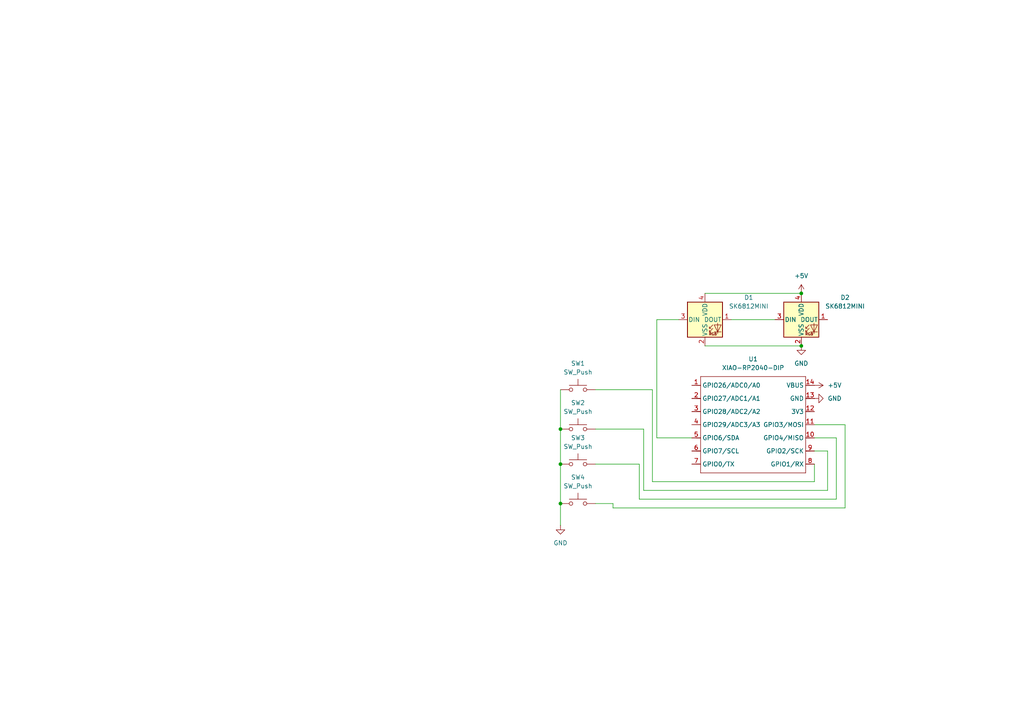
<source format=kicad_sch>
(kicad_sch (version 20250114) (generator "eeschema") (generator_version "9.0")
  (paper "A4")
  (lib_symbols
    (symbol "LED:SK6812MINI" (pin_names (offset 0.254))
      (property "Reference" "D" (at 5.08 5.715 0))
      (property "Value" "SK6812MINI" (at 1.27 -5.715 0))
      (symbol "SK6812MINI_0_0"
        (text "RGB" (at 2.286 -4.191 0) (effects (font (size 0.762 0.762))))
      )
      (symbol "SK6812MINI_0_1"
        (polyline (pts (xy 1.27 -2.54) (xy 1.778 -2.54)))
        (polyline (pts (xy 1.27 -3.556) (xy 1.778 -3.556)))
        (polyline (pts (xy 2.286 -1.524) (xy 1.27 -2.54) (xy 1.27 -2.032)))
        (polyline (pts (xy 2.286 -2.54) (xy 1.27 -3.556) (xy 1.27 -3.048)))
        (polyline (pts (xy 3.683 -1.016) (xy 3.683 -3.556) (xy 3.683 -4.064)))
        (polyline (pts (xy 4.699 -1.524) (xy 2.667 -1.524) (xy 3.683 -3.556) (xy 4.699 -1.524)))
        (polyline (pts (xy 4.699 -3.556) (xy 2.667 -3.556)))
        (rectangle (start 5.08 5.08) (end -5.08 -5.08) (stroke (width 0.254)) (fill (type background)))
      )
      (symbol "SK6812MINI_1_1"
        (pin input line (at -7.62 0 0) (length 2.54) (name "DIN") (number "3"))
        (pin power_in line (at 0 7.62 270) (length 2.54) (name "VDD") (number "4"))
        (pin power_in line (at 0 -7.62 90) (length 2.54) (name "VSS") (number "2"))
        (pin output line (at 7.62 0 180) (length 2.54) (name "DOUT") (number "1"))
      )
    )
    (symbol "OPL:XIAO-RP2040-DIP"
      (property "Reference" "U" (at 0 0 0))
      (property "Value" "XIAO-RP2040-DIP" (at 5.334 -1.778 0))
      (symbol "XIAO-RP2040-DIP_1_0"
        (polyline (pts (xy -1.27 -2.54) (xy 29.21 -2.54)) (stroke (width 0.1524)))
        (polyline (pts (xy -1.27 -5.08) (xy -2.54 -5.08)) (stroke (width 0.1524)))
        (polyline (pts (xy -1.27 -5.08) (xy -1.27 -2.54)) (stroke (width 0.1524)))
        (polyline (pts (xy -1.27 -8.89) (xy -2.54 -8.89)) (stroke (width 0.1524)))
        (polyline (pts (xy -1.27 -8.89) (xy -1.27 -5.08)) (stroke (width 0.1524)))
        (polyline (pts (xy -1.27 -12.7) (xy -2.54 -12.7)) (stroke (width 0.1524)))
        (polyline (pts (xy -1.27 -12.7) (xy -1.27 -8.89)) (stroke (width 0.1524)))
        (polyline (pts (xy -1.27 -16.51) (xy -2.54 -16.51)) (stroke (width 0.1524)))
        (polyline (pts (xy -1.27 -16.51) (xy -1.27 -12.7)) (stroke (width 0.1524)))
        (polyline (pts (xy -1.27 -20.32) (xy -2.54 -20.32)) (stroke (width 0.1524)))
        (polyline (pts (xy -1.27 -24.13) (xy -2.54 -24.13)) (stroke (width 0.1524)))
        (polyline (pts (xy -1.27 -27.94) (xy -2.54 -27.94)) (stroke (width 0.1524)))
        (polyline (pts (xy -1.27 -30.48) (xy -1.27 -16.51)) (stroke (width 0.1524)))
        (polyline (pts (xy 29.21 -2.54) (xy 29.21 -5.08)) (stroke (width 0.1524)))
        (polyline (pts (xy 29.21 -5.08) (xy 29.21 -8.89)) (stroke (width 0.1524)))
        (polyline (pts (xy 29.21 -8.89) (xy 29.21 -12.7)) (stroke (width 0.1524)))
        (polyline (pts (xy 29.21 -12.7) (xy 29.21 -30.48)) (stroke (width 0.1524)))
        (polyline (pts (xy 29.21 -30.48) (xy -1.27 -30.48)) (stroke (width 0.1524)))
        (polyline (pts (xy 30.48 -5.08) (xy 29.21 -5.08)) (stroke (width 0.1524)))
        (polyline (pts (xy 30.48 -8.89) (xy 29.21 -8.89)) (stroke (width 0.1524)))
        (polyline (pts (xy 30.48 -12.7) (xy 29.21 -12.7)) (stroke (width 0.1524)))
        (polyline (pts (xy 30.48 -16.51) (xy 29.21 -16.51)) (stroke (width 0.1524)))
        (polyline (pts (xy 30.48 -20.32) (xy 29.21 -20.32)) (stroke (width 0.1524)))
        (polyline (pts (xy 30.48 -24.13) (xy 29.21 -24.13)) (stroke (width 0.1524)))
        (polyline (pts (xy 30.48 -27.94) (xy 29.21 -27.94)) (stroke (width 0.1524)))
        (pin passive line (at -3.81 -5.08 0) (length 2.54) (name "GPIO26/ADC0/A0") (number "1"))
        (pin passive line (at -3.81 -8.89 0) (length 2.54) (name "GPIO27/ADC1/A1") (number "2"))
        (pin passive line (at -3.81 -12.7 0) (length 2.54) (name "GPIO28/ADC2/A2") (number "3"))
        (pin passive line (at -3.81 -16.51 0) (length 2.54) (name "GPIO29/ADC3/A3") (number "4"))
        (pin passive line (at -3.81 -20.32 0) (length 2.54) (name "GPIO6/SDA") (number "5"))
        (pin passive line (at -3.81 -24.13 0) (length 2.54) (name "GPIO7/SCL") (number "6"))
        (pin passive line (at -3.81 -27.94 0) (length 2.54) (name "GPIO0/TX") (number "7"))
        (pin passive line (at 31.75 -5.08 180) (length 2.54) (name "VBUS") (number "14"))
        (pin passive line (at 31.75 -8.89 180) (length 2.54) (name "GND") (number "13"))
        (pin passive line (at 31.75 -12.7 180) (length 2.54) (name "3V3") (number "12"))
        (pin passive line (at 31.75 -16.51 180) (length 2.54) (name "GPIO3/MOSI") (number "11"))
        (pin passive line (at 31.75 -20.32 180) (length 2.54) (name "GPIO4/MISO") (number "10"))
        (pin passive line (at 31.75 -24.13 180) (length 2.54) (name "GPIO2/SCK") (number "9"))
        (pin passive line (at 31.75 -27.94 180) (length 2.54) (name "GPIO1/RX") (number "8"))
      )
    )
    (symbol "Switch:SW_Push" (pin_numbers (hide yes)) (pin_names (offset 1.016) (hide yes))
      (property "Reference" "SW" (at 1.27 2.54 0))
      (property "Value" "SW_Push" (at 0 -1.524 0))
      (symbol "SW_Push_0_1"
        (circle (center -2.032 0) (radius 0.508))
        (polyline (pts (xy 0 1.27) (xy 0 3.048)))
        (circle (center 2.032 0) (radius 0.508))
        (polyline (pts (xy 2.54 1.27) (xy -2.54 1.27)))
        (pin passive line (at -5.08 0 0) (length 2.54) (name "1") (number "1"))
        (pin passive line (at 5.08 0 180) (length 2.54) (name "2") (number "2"))
      )
    )
    (symbol "power:+5V" (power) (pin_numbers (hide yes)) (pin_names (offset 0) (hide yes))
      (property "Value" "+5V" (at 0 3.556 0))
      (symbol "+5V_0_1"
        (polyline (pts (xy -0.762 1.27) (xy 0 2.54)))
        (polyline (pts (xy 0 2.54) (xy 0.762 1.27)))
        (polyline (pts (xy 0 0) (xy 0 2.54)))
      )
      (symbol "+5V_1_1"
        (pin power_in line (at 0 0 90) (length 0) (name "~") (number "1"))
      )
    )
    (symbol "power:GND" (power) (pin_numbers (hide yes)) (pin_names (offset 0) (hide yes))
      (property "Value" "GND" (at 0 -3.81 0))
      (symbol "GND_0_1"
        (polyline (pts (xy 0 0) (xy 0 -1.27) (xy 1.27 -1.27) (xy 0 -2.54) (xy -1.27 -1.27) (xy 0 -1.27)))
      )
      (symbol "GND_1_1"
        (pin power_in line (at 0 0 270) (length 0) (name "~") (number "1"))
      )
    )
  )
  (junction (at 232.41 100.33))
  (junction (at 162.56 124.46))
  (junction (at 162.56 146.05))
  (junction (at 232.41 85.09))
  (junction (at 162.56 134.62))
  (wire (pts (xy 172.72 146.05) (xy 177.8 146.05)))
  (wire (pts (xy 240.03 142.24) (xy 186.69 142.24)))
  (wire (pts (xy 186.69 142.24) (xy 186.69 124.46)))
  (wire (pts (xy 236.22 130.81) (xy 240.03 130.81)))
  (wire (pts (xy 189.23 113.03) (xy 172.72 113.03)))
  (wire (pts (xy 204.47 100.33) (xy 232.41 100.33)))
  (wire (pts (xy 245.11 123.19) (xy 245.11 147.32)))
  (wire (pts (xy 172.72 124.46) (xy 186.69 124.46)))
  (wire (pts (xy 204.47 85.09) (xy 232.41 85.09)))
  (wire (pts (xy 236.22 127) (xy 242.57 127)))
  (wire (pts (xy 189.23 139.7) (xy 189.23 113.03)))
  (wire (pts (xy 236.22 123.19) (xy 245.11 123.19)))
  (wire (pts (xy 190.5 92.71) (xy 196.85 92.71)))
  (wire (pts (xy 185.42 144.78) (xy 185.42 134.62)))
  (wire (pts (xy 212.09 92.71) (xy 224.79 92.71)))
  (wire (pts (xy 172.72 134.62) (xy 185.42 134.62)))
  (wire (pts (xy 162.56 146.05) (xy 162.56 152.4)))
  (wire (pts (xy 240.03 130.81) (xy 240.03 142.24)))
  (wire (pts (xy 236.22 134.62) (xy 236.22 139.7)))
  (wire (pts (xy 190.5 127) (xy 190.5 92.71)))
  (wire (pts (xy 162.56 134.62) (xy 162.56 146.05)))
  (wire (pts (xy 162.56 124.46) (xy 162.56 134.62)))
  (wire (pts (xy 236.22 139.7) (xy 189.23 139.7)))
  (wire (pts (xy 200.66 127) (xy 190.5 127)))
  (wire (pts (xy 242.57 127) (xy 242.57 144.78)))
  (wire (pts (xy 242.57 144.78) (xy 185.42 144.78)))
  (wire (pts (xy 245.11 147.32) (xy 177.8 147.32)))
  (wire (pts (xy 162.56 113.03) (xy 162.56 124.46)))
  (wire (pts (xy 177.8 147.32) (xy 177.8 146.05)))
  (symbol (lib_id "LED:SK6812MINI") (at 204.47 92.71 0) (unit 1)
    (property "Reference" "D1" (at 217.17 86.2898 0))
    (property "Value" "SK6812MINI" (at 217.17 88.8298 0))
    (property "Footprint" "LED_SMD:LED_SK6812MINI_PLCC4_3.5x3.5mm_P1.75mm" (effects (hide yes)))
    (property "Datasheet" "https://cdn-shop.adafruit.com/product-files/2686/SK6812MINI_REV.01-1-2.pdf" (effects (hide yes)))
    (property "Description" "RGB LED with integrated controller" (effects (hide yes)))
  )
  (symbol (lib_id "power:+5V") (at 232.41 85.09 0) (unit 1)
    (property "Reference" "#PWR04" (effects (hide yes)))
    (property "Value" "+5V" (at 232.41 80.01 0))
    (property "Description" "Power symbol creates a global label with name \"+5V\"" (effects (hide yes)))
  )
  (symbol (lib_id "Switch:SW_Push") (at 167.64 146.05 0) (unit 1)
    (property "Reference" "SW4" (at 167.64 138.43 0))
    (property "Value" "SW_Push" (at 167.64 140.97 0))
    (property "Footprint" "Button_Switch_Keyboard:SW_Cherry_MX_1.00u_PCB" (effects (hide yes)))
    (property "Description" "Push button switch, generic, two pins" (effects (hide yes)))
  )
  (symbol (lib_id "power:+5V") (at 236.22 111.76 270) (unit 1)
    (property "Reference" "#PWR05" (effects (hide yes)))
    (property "Value" "+5V" (at 240.03 111.7599 90) (effects (justify left)))
    (property "Description" "Power symbol creates a global label with name \"+5V\"" (effects (hide yes)))
  )
  (symbol (lib_id "power:GND") (at 236.22 115.57 90) (unit 1)
    (property "Reference" "#PWR02" (effects (hide yes)))
    (property "Value" "GND" (at 240.03 115.5699 90) (effects (justify right)))
    (property "Description" "Power symbol creates a global label with name \"GND\" , ground" (effects (hide yes)))
  )
  (symbol (lib_id "Switch:SW_Push") (at 167.64 134.62 0) (unit 1)
    (property "Reference" "SW3" (at 167.64 127 0))
    (property "Value" "SW_Push" (at 167.64 129.54 0))
    (property "Footprint" "Button_Switch_Keyboard:SW_Cherry_MX_1.00u_PCB" (effects (hide yes)))
    (property "Description" "Push button switch, generic, two pins" (effects (hide yes)))
  )
  (symbol (lib_id "LED:SK6812MINI") (at 232.41 92.71 0) (unit 1)
    (property "Reference" "D2" (at 245.11 86.2898 0))
    (property "Value" "SK6812MINI" (at 245.11 88.8298 0))
    (property "Footprint" "LED_SMD:LED_SK6812MINI_PLCC4_3.5x3.5mm_P1.75mm" (effects (hide yes)))
    (property "Datasheet" "https://cdn-shop.adafruit.com/product-files/2686/SK6812MINI_REV.01-1-2.pdf" (effects (hide yes)))
    (property "Description" "RGB LED with integrated controller" (effects (hide yes)))
  )
  (symbol (lib_id "Switch:SW_Push") (at 167.64 113.03 0) (unit 1)
    (property "Reference" "SW1" (at 167.64 105.41 0))
    (property "Value" "SW_Push" (at 167.64 107.95 0))
    (property "Footprint" "Button_Switch_Keyboard:SW_Cherry_MX_1.00u_PCB" (effects (hide yes)))
    (property "Description" "Push button switch, generic, two pins" (effects (hide yes)))
  )
  (symbol (lib_id "OPL:XIAO-RP2040-DIP") (at 204.47 106.68 0) (unit 1)
    (property "Reference" "U1" (at 218.44 104.14 0))
    (property "Value" "XIAO-RP2040-DIP" (at 218.44 106.68 0))
    (property "Footprint" "OPL:XIAO-RP2040-DIP" (effects (hide yes)))
  )
  (symbol (lib_id "power:GND") (at 232.41 100.33 0) (unit 1)
    (property "Reference" "#PWR03" (effects (hide yes)))
    (property "Value" "GND" (at 232.41 105.41 0))
    (property "Description" "Power symbol creates a global label with name \"GND\" , ground" (effects (hide yes)))
  )
  (symbol (lib_id "power:GND") (at 162.56 152.4 0) (unit 1)
    (property "Reference" "#PWR01" (effects (hide yes)))
    (property "Value" "GND" (at 162.56 157.48 0))
    (property "Description" "Power symbol creates a global label with name \"GND\" , ground" (effects (hide yes)))
  )
  (symbol (lib_id "Switch:SW_Push") (at 167.64 124.46 0) (unit 1)
    (property "Reference" "SW2" (at 167.64 116.84 0))
    (property "Value" "SW_Push" (at 167.64 119.38 0))
    (property "Footprint" "Button_Switch_Keyboard:SW_Cherry_MX_1.00u_PCB" (effects (hide yes)))
    (property "Description" "Push button switch, generic, two pins" (effects (hide yes)))
  )
)
</source>
